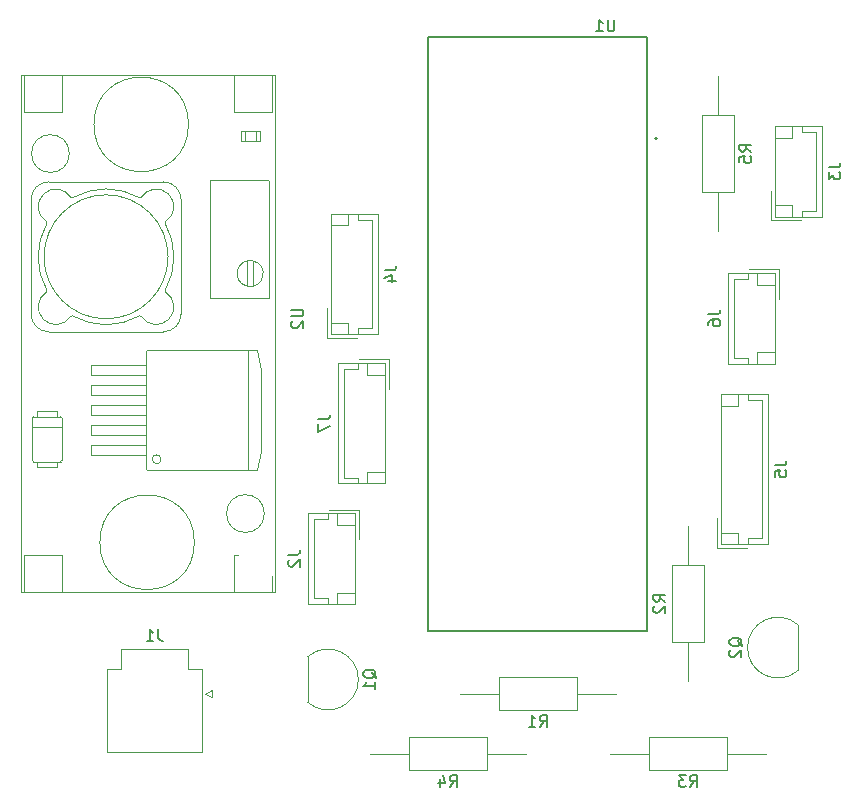
<source format=gbr>
%TF.GenerationSoftware,KiCad,Pcbnew,(6.0.2)*%
%TF.CreationDate,2022-04-27T16:44:08+02:00*%
%TF.ProjectId,Varte vitrine,56617274-6520-4766-9974-72696e652e6b,rev?*%
%TF.SameCoordinates,Original*%
%TF.FileFunction,Legend,Bot*%
%TF.FilePolarity,Positive*%
%FSLAX46Y46*%
G04 Gerber Fmt 4.6, Leading zero omitted, Abs format (unit mm)*
G04 Created by KiCad (PCBNEW (6.0.2)) date 2022-04-27 16:44:08*
%MOMM*%
%LPD*%
G01*
G04 APERTURE LIST*
%ADD10C,0.150000*%
%ADD11C,0.120000*%
%ADD12C,0.127000*%
%ADD13C,0.200000*%
G04 APERTURE END LIST*
D10*
%TO.C,J7*%
X171912380Y-68206666D02*
X172626666Y-68206666D01*
X172769523Y-68159047D01*
X172864761Y-68063809D01*
X172912380Y-67920952D01*
X172912380Y-67825714D01*
X171912380Y-68587619D02*
X171912380Y-69254285D01*
X172912380Y-68825714D01*
%TO.C,J6*%
X204932380Y-59336666D02*
X205646666Y-59336666D01*
X205789523Y-59289047D01*
X205884761Y-59193809D01*
X205932380Y-59050952D01*
X205932380Y-58955714D01*
X204932380Y-60241428D02*
X204932380Y-60050952D01*
X204980000Y-59955714D01*
X205027619Y-59908095D01*
X205170476Y-59812857D01*
X205360952Y-59765238D01*
X205741904Y-59765238D01*
X205837142Y-59812857D01*
X205884761Y-59860476D01*
X205932380Y-59955714D01*
X205932380Y-60146190D01*
X205884761Y-60241428D01*
X205837142Y-60289047D01*
X205741904Y-60336666D01*
X205503809Y-60336666D01*
X205408571Y-60289047D01*
X205360952Y-60241428D01*
X205313333Y-60146190D01*
X205313333Y-59955714D01*
X205360952Y-59860476D01*
X205408571Y-59812857D01*
X205503809Y-59765238D01*
%TO.C,J5*%
X210532380Y-72116666D02*
X211246666Y-72116666D01*
X211389523Y-72069047D01*
X211484761Y-71973809D01*
X211532380Y-71830952D01*
X211532380Y-71735714D01*
X210532380Y-73069047D02*
X210532380Y-72592857D01*
X211008571Y-72545238D01*
X210960952Y-72592857D01*
X210913333Y-72688095D01*
X210913333Y-72926190D01*
X210960952Y-73021428D01*
X211008571Y-73069047D01*
X211103809Y-73116666D01*
X211341904Y-73116666D01*
X211437142Y-73069047D01*
X211484761Y-73021428D01*
X211532380Y-72926190D01*
X211532380Y-72688095D01*
X211484761Y-72592857D01*
X211437142Y-72545238D01*
%TO.C,R1*%
X190666666Y-94262380D02*
X191000000Y-93786190D01*
X191238095Y-94262380D02*
X191238095Y-93262380D01*
X190857142Y-93262380D01*
X190761904Y-93310000D01*
X190714285Y-93357619D01*
X190666666Y-93452857D01*
X190666666Y-93595714D01*
X190714285Y-93690952D01*
X190761904Y-93738571D01*
X190857142Y-93786190D01*
X191238095Y-93786190D01*
X189714285Y-94262380D02*
X190285714Y-94262380D01*
X190000000Y-94262380D02*
X190000000Y-93262380D01*
X190095238Y-93405238D01*
X190190476Y-93500476D01*
X190285714Y-93548095D01*
%TO.C,R5*%
X208562380Y-45553333D02*
X208086190Y-45220000D01*
X208562380Y-44981904D02*
X207562380Y-44981904D01*
X207562380Y-45362857D01*
X207610000Y-45458095D01*
X207657619Y-45505714D01*
X207752857Y-45553333D01*
X207895714Y-45553333D01*
X207990952Y-45505714D01*
X208038571Y-45458095D01*
X208086190Y-45362857D01*
X208086190Y-44981904D01*
X207562380Y-46458095D02*
X207562380Y-45981904D01*
X208038571Y-45934285D01*
X207990952Y-45981904D01*
X207943333Y-46077142D01*
X207943333Y-46315238D01*
X207990952Y-46410476D01*
X208038571Y-46458095D01*
X208133809Y-46505714D01*
X208371904Y-46505714D01*
X208467142Y-46458095D01*
X208514761Y-46410476D01*
X208562380Y-46315238D01*
X208562380Y-46077142D01*
X208514761Y-45981904D01*
X208467142Y-45934285D01*
%TO.C,U1*%
X196976904Y-34377380D02*
X196976904Y-35186904D01*
X196929285Y-35282142D01*
X196881666Y-35329761D01*
X196786428Y-35377380D01*
X196595952Y-35377380D01*
X196500714Y-35329761D01*
X196453095Y-35282142D01*
X196405476Y-35186904D01*
X196405476Y-34377380D01*
X195405476Y-35377380D02*
X195976904Y-35377380D01*
X195691190Y-35377380D02*
X195691190Y-34377380D01*
X195786428Y-34520238D01*
X195881666Y-34615476D01*
X195976904Y-34663095D01*
%TO.C,U2*%
X169632380Y-58928095D02*
X170441904Y-58928095D01*
X170537142Y-58975714D01*
X170584761Y-59023333D01*
X170632380Y-59118571D01*
X170632380Y-59309047D01*
X170584761Y-59404285D01*
X170537142Y-59451904D01*
X170441904Y-59499523D01*
X169632380Y-59499523D01*
X169727619Y-59928095D02*
X169680000Y-59975714D01*
X169632380Y-60070952D01*
X169632380Y-60309047D01*
X169680000Y-60404285D01*
X169727619Y-60451904D01*
X169822857Y-60499523D01*
X169918095Y-60499523D01*
X170060952Y-60451904D01*
X170632380Y-59880476D01*
X170632380Y-60499523D01*
%TO.C,J4*%
X177512380Y-55586666D02*
X178226666Y-55586666D01*
X178369523Y-55539047D01*
X178464761Y-55443809D01*
X178512380Y-55300952D01*
X178512380Y-55205714D01*
X177845714Y-56491428D02*
X178512380Y-56491428D01*
X177464761Y-56253333D02*
X178179047Y-56015238D01*
X178179047Y-56634285D01*
%TO.C,R4*%
X183046666Y-99342380D02*
X183380000Y-98866190D01*
X183618095Y-99342380D02*
X183618095Y-98342380D01*
X183237142Y-98342380D01*
X183141904Y-98390000D01*
X183094285Y-98437619D01*
X183046666Y-98532857D01*
X183046666Y-98675714D01*
X183094285Y-98770952D01*
X183141904Y-98818571D01*
X183237142Y-98866190D01*
X183618095Y-98866190D01*
X182189523Y-98675714D02*
X182189523Y-99342380D01*
X182427619Y-98294761D02*
X182665714Y-99009047D01*
X182046666Y-99009047D01*
%TO.C,J3*%
X215104380Y-46890666D02*
X215818666Y-46890666D01*
X215961523Y-46843047D01*
X216056761Y-46747809D01*
X216104380Y-46604952D01*
X216104380Y-46509714D01*
X215104380Y-47271619D02*
X215104380Y-47890666D01*
X215485333Y-47557333D01*
X215485333Y-47700190D01*
X215532952Y-47795428D01*
X215580571Y-47843047D01*
X215675809Y-47890666D01*
X215913904Y-47890666D01*
X216009142Y-47843047D01*
X216056761Y-47795428D01*
X216104380Y-47700190D01*
X216104380Y-47414476D01*
X216056761Y-47319238D01*
X216009142Y-47271619D01*
%TO.C,Q2*%
X207807619Y-87454761D02*
X207760000Y-87359523D01*
X207664761Y-87264285D01*
X207521904Y-87121428D01*
X207474285Y-87026190D01*
X207474285Y-86930952D01*
X207712380Y-86978571D02*
X207664761Y-86883333D01*
X207569523Y-86788095D01*
X207379047Y-86740476D01*
X207045714Y-86740476D01*
X206855238Y-86788095D01*
X206760000Y-86883333D01*
X206712380Y-86978571D01*
X206712380Y-87169047D01*
X206760000Y-87264285D01*
X206855238Y-87359523D01*
X207045714Y-87407142D01*
X207379047Y-87407142D01*
X207569523Y-87359523D01*
X207664761Y-87264285D01*
X207712380Y-87169047D01*
X207712380Y-86978571D01*
X206807619Y-87788095D02*
X206760000Y-87835714D01*
X206712380Y-87930952D01*
X206712380Y-88169047D01*
X206760000Y-88264285D01*
X206807619Y-88311904D01*
X206902857Y-88359523D01*
X206998095Y-88359523D01*
X207140952Y-88311904D01*
X207712380Y-87740476D01*
X207712380Y-88359523D01*
%TO.C,Q1*%
X176827619Y-90154761D02*
X176780000Y-90059523D01*
X176684761Y-89964285D01*
X176541904Y-89821428D01*
X176494285Y-89726190D01*
X176494285Y-89630952D01*
X176732380Y-89678571D02*
X176684761Y-89583333D01*
X176589523Y-89488095D01*
X176399047Y-89440476D01*
X176065714Y-89440476D01*
X175875238Y-89488095D01*
X175780000Y-89583333D01*
X175732380Y-89678571D01*
X175732380Y-89869047D01*
X175780000Y-89964285D01*
X175875238Y-90059523D01*
X176065714Y-90107142D01*
X176399047Y-90107142D01*
X176589523Y-90059523D01*
X176684761Y-89964285D01*
X176732380Y-89869047D01*
X176732380Y-89678571D01*
X176732380Y-91059523D02*
X176732380Y-90488095D01*
X176732380Y-90773809D02*
X175732380Y-90773809D01*
X175875238Y-90678571D01*
X175970476Y-90583333D01*
X176018095Y-90488095D01*
%TO.C,J2*%
X169372380Y-79696666D02*
X170086666Y-79696666D01*
X170229523Y-79649047D01*
X170324761Y-79553809D01*
X170372380Y-79410952D01*
X170372380Y-79315714D01*
X169467619Y-80125238D02*
X169420000Y-80172857D01*
X169372380Y-80268095D01*
X169372380Y-80506190D01*
X169420000Y-80601428D01*
X169467619Y-80649047D01*
X169562857Y-80696666D01*
X169658095Y-80696666D01*
X169800952Y-80649047D01*
X170372380Y-80077619D01*
X170372380Y-80696666D01*
%TO.C,R2*%
X201282380Y-83653333D02*
X200806190Y-83320000D01*
X201282380Y-83081904D02*
X200282380Y-83081904D01*
X200282380Y-83462857D01*
X200330000Y-83558095D01*
X200377619Y-83605714D01*
X200472857Y-83653333D01*
X200615714Y-83653333D01*
X200710952Y-83605714D01*
X200758571Y-83558095D01*
X200806190Y-83462857D01*
X200806190Y-83081904D01*
X200377619Y-84034285D02*
X200330000Y-84081904D01*
X200282380Y-84177142D01*
X200282380Y-84415238D01*
X200330000Y-84510476D01*
X200377619Y-84558095D01*
X200472857Y-84605714D01*
X200568095Y-84605714D01*
X200710952Y-84558095D01*
X201282380Y-83986666D01*
X201282380Y-84605714D01*
%TO.C,J1*%
X158373333Y-85992380D02*
X158373333Y-86706666D01*
X158420952Y-86849523D01*
X158516190Y-86944761D01*
X158659047Y-86992380D01*
X158754285Y-86992380D01*
X157373333Y-86992380D02*
X157944761Y-86992380D01*
X157659047Y-86992380D02*
X157659047Y-85992380D01*
X157754285Y-86135238D01*
X157849523Y-86230476D01*
X157944761Y-86278095D01*
%TO.C,R3*%
X203366666Y-99342380D02*
X203700000Y-98866190D01*
X203938095Y-99342380D02*
X203938095Y-98342380D01*
X203557142Y-98342380D01*
X203461904Y-98390000D01*
X203414285Y-98437619D01*
X203366666Y-98532857D01*
X203366666Y-98675714D01*
X203414285Y-98770952D01*
X203461904Y-98818571D01*
X203557142Y-98866190D01*
X203938095Y-98866190D01*
X203033333Y-98342380D02*
X202414285Y-98342380D01*
X202747619Y-98723333D01*
X202604761Y-98723333D01*
X202509523Y-98770952D01*
X202461904Y-98818571D01*
X202414285Y-98913809D01*
X202414285Y-99151904D01*
X202461904Y-99247142D01*
X202509523Y-99294761D01*
X202604761Y-99342380D01*
X202890476Y-99342380D01*
X202985714Y-99294761D01*
X203033333Y-99247142D01*
D11*
%TO.C,J7*%
X177570000Y-63430000D02*
X177570000Y-73650000D01*
X175260000Y-73150000D02*
X175260000Y-73650000D01*
X176070000Y-72650000D02*
X177570000Y-72650000D01*
X174050000Y-73150000D02*
X175260000Y-73150000D01*
X175370000Y-63130000D02*
X177870000Y-63130000D01*
X176070000Y-73650000D02*
X176070000Y-72650000D01*
X175260000Y-63930000D02*
X174050000Y-63930000D01*
X177870000Y-63130000D02*
X177870000Y-65630000D01*
X173550000Y-73650000D02*
X173550000Y-63430000D01*
X176070000Y-63430000D02*
X176070000Y-64430000D01*
X176070000Y-64430000D02*
X177570000Y-64430000D01*
X173550000Y-63430000D02*
X177570000Y-63430000D01*
X175260000Y-63430000D02*
X175260000Y-63930000D01*
X177570000Y-73650000D02*
X173550000Y-73650000D01*
X174050000Y-63930000D02*
X174050000Y-73150000D01*
%TO.C,J6*%
X208280000Y-56310000D02*
X207070000Y-56310000D01*
X206570000Y-63530000D02*
X206570000Y-55810000D01*
X207070000Y-56310000D02*
X207070000Y-63030000D01*
X209090000Y-55810000D02*
X209090000Y-56810000D01*
X209090000Y-56810000D02*
X210590000Y-56810000D01*
X207070000Y-63030000D02*
X208280000Y-63030000D01*
X208280000Y-63030000D02*
X208280000Y-63530000D01*
X206570000Y-55810000D02*
X210590000Y-55810000D01*
X210890000Y-55510000D02*
X210890000Y-58010000D01*
X208280000Y-55810000D02*
X208280000Y-56310000D01*
X210590000Y-63530000D02*
X206570000Y-63530000D01*
X208390000Y-55510000D02*
X210890000Y-55510000D01*
X210590000Y-55810000D02*
X210590000Y-63530000D01*
X209090000Y-62530000D02*
X210590000Y-62530000D01*
X209090000Y-63530000D02*
X209090000Y-62530000D01*
%TO.C,J5*%
X207470000Y-78810000D02*
X207470000Y-77810000D01*
X209490000Y-66590000D02*
X208280000Y-66590000D01*
X207470000Y-77810000D02*
X205970000Y-77810000D01*
X208280000Y-78310000D02*
X209490000Y-78310000D01*
X209990000Y-66090000D02*
X209990000Y-78810000D01*
X207470000Y-66090000D02*
X207470000Y-67090000D01*
X208170000Y-79110000D02*
X205670000Y-79110000D01*
X205970000Y-78810000D02*
X205970000Y-66090000D01*
X205670000Y-79110000D02*
X205670000Y-76610000D01*
X205970000Y-66090000D02*
X209990000Y-66090000D01*
X209490000Y-78310000D02*
X209490000Y-66590000D01*
X209990000Y-78810000D02*
X205970000Y-78810000D01*
X208280000Y-66590000D02*
X208280000Y-66090000D01*
X208280000Y-78810000D02*
X208280000Y-78310000D01*
X207470000Y-67090000D02*
X205970000Y-67090000D01*
%TO.C,R1*%
X183920000Y-91440000D02*
X187230000Y-91440000D01*
X193770000Y-90070000D02*
X193770000Y-92810000D01*
X193770000Y-92810000D02*
X187230000Y-92810000D01*
X187230000Y-92810000D02*
X187230000Y-90070000D01*
X187230000Y-90070000D02*
X193770000Y-90070000D01*
X197080000Y-91440000D02*
X193770000Y-91440000D01*
%TO.C,R5*%
X207110000Y-48990000D02*
X204370000Y-48990000D01*
X204370000Y-42450000D02*
X207110000Y-42450000D01*
X205740000Y-52300000D02*
X205740000Y-48990000D01*
X205740000Y-39140000D02*
X205740000Y-42450000D01*
X207110000Y-42450000D02*
X207110000Y-48990000D01*
X204370000Y-48990000D02*
X204370000Y-42450000D01*
D12*
%TO.C,U1*%
X181230000Y-86105000D02*
X199770000Y-86105000D01*
X181230000Y-35815000D02*
X181230000Y-86105000D01*
X199770000Y-35815000D02*
X181230000Y-35815000D01*
X199770000Y-86105000D02*
X199770000Y-35815000D01*
D13*
X200600000Y-44460000D02*
G75*
G03*
X200600000Y-44460000I-100000J0D01*
G01*
D11*
%TO.C,U2*%
X165709705Y-43831319D02*
X165709705Y-44631319D01*
X166362706Y-56931406D02*
X166367938Y-56955853D01*
X157303330Y-62447330D02*
X157380894Y-62369767D01*
X152673330Y-68729767D02*
X157303330Y-68729767D01*
X149575304Y-67997364D02*
X149669856Y-67997364D01*
X164790000Y-42220000D02*
X164790000Y-39060000D01*
X162737706Y-48030217D02*
X162737706Y-57930217D01*
X152673330Y-71269767D02*
X152673330Y-70429767D01*
X166669704Y-44631319D02*
X166669704Y-43831319D01*
X167950000Y-42220000D02*
X167950000Y-39105000D01*
X160284204Y-49612603D02*
X160284204Y-59312603D01*
X157303330Y-72452203D02*
X157303330Y-62447330D01*
X165943330Y-62369767D02*
X165943330Y-72529767D01*
X167687705Y-47980217D02*
X162787706Y-47980217D01*
X165389705Y-44631319D02*
X166989704Y-44631319D01*
X147010000Y-82830000D02*
X147010000Y-79700000D01*
X166362706Y-56931406D02*
X166387705Y-56919447D01*
X148061783Y-72248364D02*
X149811783Y-72248364D01*
X166387705Y-54840986D02*
X166387705Y-56919447D01*
X152673330Y-69569767D02*
X157303330Y-69569767D01*
X150086783Y-68868642D02*
X147786783Y-68868642D01*
X164795000Y-82830000D02*
X164790000Y-79700000D01*
X152673330Y-67869767D02*
X152673330Y-67029767D01*
X157380894Y-72529767D02*
X166732390Y-72529767D01*
X165887706Y-56919447D02*
X165887706Y-54840986D01*
X152673330Y-69569767D02*
X152673330Y-68729767D01*
X152673330Y-66169767D02*
X157303330Y-66169767D01*
X168205000Y-39085000D02*
X168205000Y-82835000D01*
X147686783Y-68098364D02*
X147686783Y-71698364D01*
X149811783Y-67548364D02*
X148061783Y-67548364D01*
X152673330Y-64469767D02*
X152673330Y-63629767D01*
X148061783Y-71798364D02*
X148061783Y-72248364D01*
X152673330Y-64469767D02*
X157303330Y-64469767D01*
X158784204Y-60812603D02*
X149084204Y-60812603D01*
X152673330Y-70429767D02*
X157303330Y-70429767D01*
X168205000Y-82835000D02*
X146755000Y-82835000D01*
X150170000Y-42220000D02*
X150170000Y-39105000D01*
X147786783Y-71798364D02*
X150086783Y-71798364D01*
X162787706Y-57980217D02*
X167687705Y-57980217D01*
X157380894Y-62369767D02*
X166732390Y-62369767D01*
X152673330Y-66169767D02*
X152673330Y-65329767D01*
X167023329Y-64019767D02*
X166732390Y-62369767D01*
X166732390Y-72529767D02*
X167023329Y-70879767D01*
X150170000Y-82830000D02*
X150170000Y-79700000D01*
X167738705Y-49337688D02*
X167738705Y-49371643D01*
X166419100Y-56943615D02*
X166387705Y-56919447D01*
X167738705Y-49421022D02*
X167738705Y-49465894D01*
X150170000Y-79700000D02*
X147010000Y-79700000D01*
X152673330Y-65329767D02*
X157303330Y-65329767D01*
X146755000Y-39085000D02*
X168205000Y-39085000D01*
X147010000Y-42220000D02*
X147010000Y-39105000D01*
X166362706Y-56931406D02*
X166393925Y-56924236D01*
X167023329Y-70879767D02*
X167023329Y-64019767D01*
X147584204Y-59312603D02*
X147584204Y-49612603D01*
X167737705Y-57930217D02*
X167737705Y-48030217D01*
X165389705Y-43831319D02*
X165389705Y-44631319D01*
X165100000Y-79700000D02*
X164790000Y-79700000D01*
X147010000Y-42220000D02*
X150170000Y-42220000D01*
X166989704Y-43831319D02*
X165389705Y-43831319D01*
X149084204Y-48112603D02*
X158784204Y-48112603D01*
X148061783Y-67548364D02*
X148061783Y-67998364D01*
X152673330Y-67869767D02*
X157303330Y-67869767D01*
X150086783Y-67998364D02*
X147786783Y-67998364D01*
X152673330Y-67029767D02*
X157303330Y-67029767D01*
X165365851Y-72530767D02*
X165204313Y-72530767D01*
X164790000Y-42220000D02*
X167950000Y-42220000D01*
X149811783Y-67998364D02*
X149811783Y-67548364D01*
X149811783Y-72248364D02*
X149811783Y-71798364D01*
X146755000Y-82835000D02*
X146755000Y-39085000D01*
X157380894Y-72529767D02*
X157303330Y-72452203D01*
X152673330Y-71269767D02*
X157303330Y-71269767D01*
X166989704Y-43831319D02*
X166989704Y-44631319D01*
X167950000Y-82830000D02*
X167950000Y-81530000D01*
X152673330Y-63629767D02*
X157303330Y-63629767D01*
X150186783Y-71698364D02*
X150186783Y-68098364D01*
X151098590Y-59464782D02*
G75*
G03*
X156769817Y-59464782I2835613J5002178D01*
G01*
X151098591Y-59464782D02*
G75*
G03*
X150964418Y-59498868I-49316J-86994D01*
G01*
X165907473Y-56955852D02*
G75*
G03*
X165856310Y-56943615I230223J1075638D01*
G01*
X148897938Y-57432389D02*
G75*
G03*
X150964418Y-59498868I793625J-1272855D01*
G01*
X162787706Y-47980217D02*
G75*
G03*
X162737706Y-48030217I1J-50001D01*
G01*
X156903989Y-59498868D02*
G75*
G03*
X158970469Y-57432389I1272856J793624D01*
G01*
X162737706Y-57930217D02*
G75*
G03*
X162787706Y-57980217I50001J1D01*
G01*
X150964417Y-49426337D02*
G75*
G03*
X151098590Y-49460424I84858J52907D01*
G01*
X150186783Y-68098364D02*
G75*
G03*
X150086783Y-67998364I-99999J1D01*
G01*
X147584204Y-59312603D02*
G75*
G03*
X149084204Y-60812603I1500001J1D01*
G01*
X147686783Y-71698364D02*
G75*
G03*
X147786783Y-71798364I99999J-1D01*
G01*
X148897938Y-57432389D02*
G75*
G03*
X148932024Y-57298217I-52908J84857D01*
G01*
X148932024Y-51626989D02*
G75*
G03*
X148897938Y-51492817I-86994J49315D01*
G01*
X160284204Y-49612603D02*
G75*
G03*
X158784204Y-48112603I-1500001J-1D01*
G01*
X167737705Y-48030217D02*
G75*
G03*
X167687705Y-47980217I-50001J-1D01*
G01*
X158784204Y-60812603D02*
G75*
G03*
X160284204Y-59312603I-1J1500001D01*
G01*
X149084204Y-48112603D02*
G75*
G03*
X147584204Y-49612603I1J-1500001D01*
G01*
X156769817Y-49460424D02*
G75*
G03*
X151098590Y-49460424I-2835614J-5002178D01*
G01*
X167687705Y-57980217D02*
G75*
G03*
X167737705Y-57930217I-1J50001D01*
G01*
X156769816Y-49460424D02*
G75*
G03*
X156903989Y-49426338I49316J86994D01*
G01*
X150964418Y-49426338D02*
G75*
G03*
X148897938Y-51492817I-1272856J-793624D01*
G01*
X156903990Y-59498869D02*
G75*
G03*
X156769817Y-59464782I-84858J-52907D01*
G01*
X158970469Y-51492817D02*
G75*
G03*
X156903989Y-49426338I-793625J1272855D01*
G01*
X148932024Y-51626989D02*
G75*
G03*
X148932024Y-57298217I5002180J-2835614D01*
G01*
X147786783Y-67998364D02*
G75*
G03*
X147686783Y-68098364I-1J-99999D01*
G01*
X150086783Y-71798364D02*
G75*
G03*
X150186783Y-71698364I1J99999D01*
G01*
X158970469Y-51492817D02*
G75*
G03*
X158936383Y-51626989I52908J-84857D01*
G01*
X158936383Y-57298217D02*
G75*
G03*
X158970469Y-57432389I86994J-49315D01*
G01*
X158936383Y-57298216D02*
G75*
G03*
X158936383Y-51626989I-5002178J2835614D01*
G01*
X161412582Y-78633334D02*
G75*
G03*
X161412582Y-78633334I-4000000J0D01*
G01*
X150824000Y-45720000D02*
G75*
G03*
X150824000Y-45720000I-1599000J0D01*
G01*
X167333999Y-76200000D02*
G75*
G03*
X167333999Y-76200000I-1598999J0D01*
G01*
X159184204Y-54462603D02*
G75*
G03*
X159184204Y-54462603I-5250000J0D01*
G01*
X158590406Y-71606821D02*
G75*
G03*
X158590406Y-71606821I-375000J0D01*
G01*
X160914794Y-43250693D02*
G75*
G03*
X160914794Y-43250693I-4000000J0D01*
G01*
%TO.C,J4*%
X176470000Y-60530000D02*
X176470000Y-51310000D01*
X172650000Y-61330000D02*
X172650000Y-58830000D01*
X176970000Y-50810000D02*
X176970000Y-61030000D01*
X175260000Y-61030000D02*
X175260000Y-60530000D01*
X176970000Y-61030000D02*
X172950000Y-61030000D01*
X174450000Y-51810000D02*
X172950000Y-51810000D01*
X174450000Y-60030000D02*
X172950000Y-60030000D01*
X174450000Y-50810000D02*
X174450000Y-51810000D01*
X176470000Y-51310000D02*
X175260000Y-51310000D01*
X172950000Y-50810000D02*
X176970000Y-50810000D01*
X175150000Y-61330000D02*
X172650000Y-61330000D01*
X175260000Y-60530000D02*
X176470000Y-60530000D01*
X175260000Y-51310000D02*
X175260000Y-50810000D01*
X174450000Y-61030000D02*
X174450000Y-60030000D01*
X172950000Y-61030000D02*
X172950000Y-50810000D01*
%TO.C,R4*%
X186150000Y-97890000D02*
X179610000Y-97890000D01*
X186150000Y-95150000D02*
X186150000Y-97890000D01*
X179610000Y-97890000D02*
X179610000Y-95150000D01*
X176300000Y-96520000D02*
X179610000Y-96520000D01*
X189460000Y-96520000D02*
X186150000Y-96520000D01*
X179610000Y-95150000D02*
X186150000Y-95150000D01*
%TO.C,J3*%
X214562000Y-51084000D02*
X210542000Y-51084000D01*
X212852000Y-50584000D02*
X214062000Y-50584000D01*
X214562000Y-43364000D02*
X214562000Y-51084000D01*
X214062000Y-43864000D02*
X212852000Y-43864000D01*
X214062000Y-50584000D02*
X214062000Y-43864000D01*
X212852000Y-43864000D02*
X212852000Y-43364000D01*
X210242000Y-51384000D02*
X210242000Y-48884000D01*
X210542000Y-51084000D02*
X210542000Y-43364000D01*
X212852000Y-51084000D02*
X212852000Y-50584000D01*
X212042000Y-43364000D02*
X212042000Y-44364000D01*
X212042000Y-50084000D02*
X210542000Y-50084000D01*
X212742000Y-51384000D02*
X210242000Y-51384000D01*
X212042000Y-44364000D02*
X210542000Y-44364000D01*
X210542000Y-43364000D02*
X214562000Y-43364000D01*
X212042000Y-51084000D02*
X212042000Y-50084000D01*
%TO.C,Q2*%
X212520000Y-85610000D02*
X212520000Y-89460000D01*
X212520000Y-85610000D02*
G75*
G03*
X212510122Y-89498611I-1700000J-1940000D01*
G01*
%TO.C,Q1*%
X171020000Y-92190000D02*
X171020000Y-88340000D01*
X171020000Y-92190000D02*
G75*
G03*
X171029878Y-88301389I1700000J1940000D01*
G01*
%TO.C,J2*%
X171510000Y-76670000D02*
X171510000Y-83390000D01*
X175030000Y-76170000D02*
X175030000Y-83890000D01*
X172830000Y-75870000D02*
X175330000Y-75870000D01*
X173530000Y-83890000D02*
X173530000Y-82890000D01*
X172720000Y-83390000D02*
X172720000Y-83890000D01*
X172720000Y-76670000D02*
X171510000Y-76670000D01*
X173530000Y-77170000D02*
X175030000Y-77170000D01*
X175330000Y-75870000D02*
X175330000Y-78370000D01*
X173530000Y-82890000D02*
X175030000Y-82890000D01*
X172720000Y-76170000D02*
X172720000Y-76670000D01*
X171010000Y-83890000D02*
X171010000Y-76170000D01*
X171010000Y-76170000D02*
X175030000Y-76170000D01*
X175030000Y-83890000D02*
X171010000Y-83890000D01*
X171510000Y-83390000D02*
X172720000Y-83390000D01*
X173530000Y-76170000D02*
X173530000Y-77170000D01*
%TO.C,R2*%
X201830000Y-80550000D02*
X204570000Y-80550000D01*
X203200000Y-77240000D02*
X203200000Y-80550000D01*
X203200000Y-90400000D02*
X203200000Y-87090000D01*
X204570000Y-87090000D02*
X201830000Y-87090000D01*
X201830000Y-87090000D02*
X201830000Y-80550000D01*
X204570000Y-80550000D02*
X204570000Y-87090000D01*
%TO.C,J1*%
X154000000Y-89330000D02*
X154000000Y-96350000D01*
X160880000Y-87630000D02*
X155200000Y-87630000D01*
X162880000Y-91140000D02*
X162280000Y-91440000D01*
X162280000Y-91440000D02*
X162880000Y-91740000D01*
X155200000Y-87630000D02*
X155200000Y-89330000D01*
X162080000Y-89330000D02*
X160880000Y-89330000D01*
X154000000Y-96350000D02*
X162080000Y-96350000D01*
X155200000Y-89330000D02*
X154000000Y-89330000D01*
X162080000Y-96350000D02*
X162080000Y-89330000D01*
X162880000Y-91740000D02*
X162880000Y-91140000D01*
X160880000Y-89330000D02*
X160880000Y-87630000D01*
%TO.C,R3*%
X199930000Y-95150000D02*
X206470000Y-95150000D01*
X209780000Y-96520000D02*
X206470000Y-96520000D01*
X196620000Y-96520000D02*
X199930000Y-96520000D01*
X206470000Y-97890000D02*
X199930000Y-97890000D01*
X206470000Y-95150000D02*
X206470000Y-97890000D01*
X199930000Y-97890000D02*
X199930000Y-95150000D01*
%TD*%
M02*

</source>
